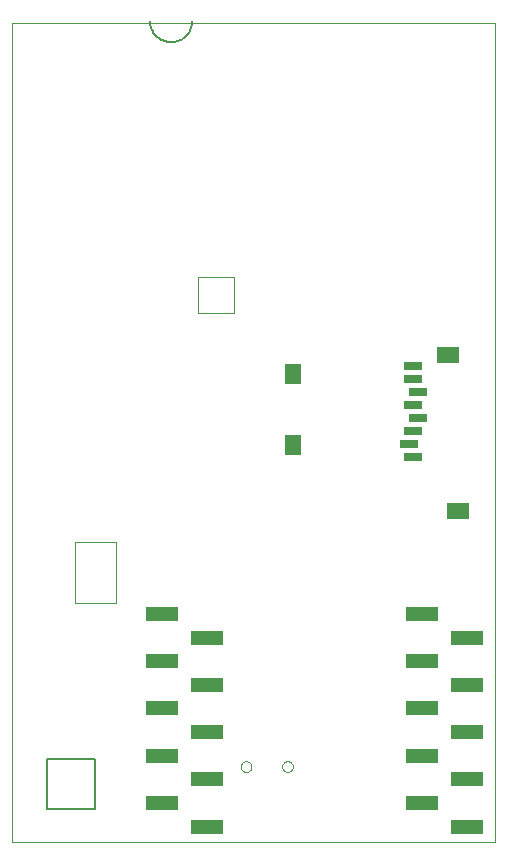
<source format=gbp>
G75*
G70*
%OFA0B0*%
%FSLAX24Y24*%
%IPPOS*%
%LPD*%
%AMOC8*
5,1,8,0,0,1.08239X$1,22.5*
%
%ADD10C,0.0000*%
%ADD11C,0.0020*%
%ADD12R,0.0748X0.0551*%
%ADD13R,0.0551X0.0709*%
%ADD14R,0.0591X0.0276*%
%ADD15C,0.0005*%
%ADD16R,0.1102X0.0500*%
%ADD17C,0.0050*%
D10*
X000702Y002192D02*
X000702Y029507D01*
X016812Y029507D01*
X016792Y002192D01*
X000702Y002192D01*
X008328Y004719D02*
X008330Y004745D01*
X008336Y004771D01*
X008346Y004796D01*
X008359Y004819D01*
X008375Y004839D01*
X008395Y004857D01*
X008417Y004872D01*
X008440Y004884D01*
X008466Y004892D01*
X008492Y004896D01*
X008518Y004896D01*
X008544Y004892D01*
X008570Y004884D01*
X008594Y004872D01*
X008615Y004857D01*
X008635Y004839D01*
X008651Y004819D01*
X008664Y004796D01*
X008674Y004771D01*
X008680Y004745D01*
X008682Y004719D01*
X008680Y004693D01*
X008674Y004667D01*
X008664Y004642D01*
X008651Y004619D01*
X008635Y004599D01*
X008615Y004581D01*
X008593Y004566D01*
X008570Y004554D01*
X008544Y004546D01*
X008518Y004542D01*
X008492Y004542D01*
X008466Y004546D01*
X008440Y004554D01*
X008416Y004566D01*
X008395Y004581D01*
X008375Y004599D01*
X008359Y004619D01*
X008346Y004642D01*
X008336Y004667D01*
X008330Y004693D01*
X008328Y004719D01*
X009706Y004719D02*
X009708Y004745D01*
X009714Y004771D01*
X009724Y004796D01*
X009737Y004819D01*
X009753Y004839D01*
X009773Y004857D01*
X009795Y004872D01*
X009818Y004884D01*
X009844Y004892D01*
X009870Y004896D01*
X009896Y004896D01*
X009922Y004892D01*
X009948Y004884D01*
X009972Y004872D01*
X009993Y004857D01*
X010013Y004839D01*
X010029Y004819D01*
X010042Y004796D01*
X010052Y004771D01*
X010058Y004745D01*
X010060Y004719D01*
X010058Y004693D01*
X010052Y004667D01*
X010042Y004642D01*
X010029Y004619D01*
X010013Y004599D01*
X009993Y004581D01*
X009971Y004566D01*
X009948Y004554D01*
X009922Y004546D01*
X009896Y004542D01*
X009870Y004542D01*
X009844Y004546D01*
X009818Y004554D01*
X009794Y004566D01*
X009773Y004581D01*
X009753Y004599D01*
X009737Y004619D01*
X009724Y004642D01*
X009714Y004667D01*
X009708Y004693D01*
X009706Y004719D01*
D11*
X004174Y010164D02*
X002796Y010164D01*
X002796Y012192D01*
X002796Y012212D02*
X004174Y012212D01*
X004174Y010164D01*
D12*
X015221Y018432D03*
X015576Y013235D03*
D13*
X010064Y015440D03*
X010064Y017802D03*
D14*
X013922Y015479D03*
X014080Y015046D03*
X014080Y015912D03*
X014237Y016345D03*
X014080Y016778D03*
X014237Y017212D03*
X014080Y017645D03*
X014080Y018078D03*
D15*
X008083Y019849D02*
X008083Y021030D01*
X006902Y021030D01*
X006902Y019849D01*
X008083Y019849D01*
D16*
X005698Y009810D03*
X005698Y008235D03*
X005698Y006660D03*
X005698Y005086D03*
X005698Y003511D03*
X007201Y004298D03*
X007201Y002723D03*
X007201Y005873D03*
X007201Y007448D03*
X007201Y009023D03*
X014360Y009810D03*
X014360Y008235D03*
X014360Y006660D03*
X014360Y005086D03*
X014360Y003511D03*
X015862Y004298D03*
X015862Y002723D03*
X015862Y005873D03*
X015862Y007448D03*
X015862Y009023D03*
D17*
X006712Y029579D02*
X006710Y029527D01*
X006704Y029476D01*
X006695Y029425D01*
X006682Y029375D01*
X006665Y029326D01*
X006645Y029278D01*
X006621Y029232D01*
X006594Y029188D01*
X006564Y029146D01*
X006531Y029106D01*
X006495Y029069D01*
X006457Y029034D01*
X006416Y029002D01*
X006372Y028974D01*
X006327Y028948D01*
X006280Y028926D01*
X006232Y028908D01*
X006182Y028893D01*
X006132Y028882D01*
X006081Y028874D01*
X006029Y028870D01*
X005977Y028870D01*
X005925Y028874D01*
X005874Y028882D01*
X005824Y028893D01*
X005774Y028908D01*
X005726Y028926D01*
X005679Y028948D01*
X005634Y028974D01*
X005590Y029002D01*
X005549Y029034D01*
X005511Y029069D01*
X005475Y029106D01*
X005442Y029146D01*
X005412Y029188D01*
X005385Y029232D01*
X005361Y029278D01*
X005341Y029326D01*
X005324Y029375D01*
X005311Y029425D01*
X005302Y029476D01*
X005296Y029527D01*
X005294Y029579D01*
X003454Y004973D02*
X001879Y004973D01*
X001879Y003300D01*
X003454Y003300D01*
X003454Y004973D01*
M02*

</source>
